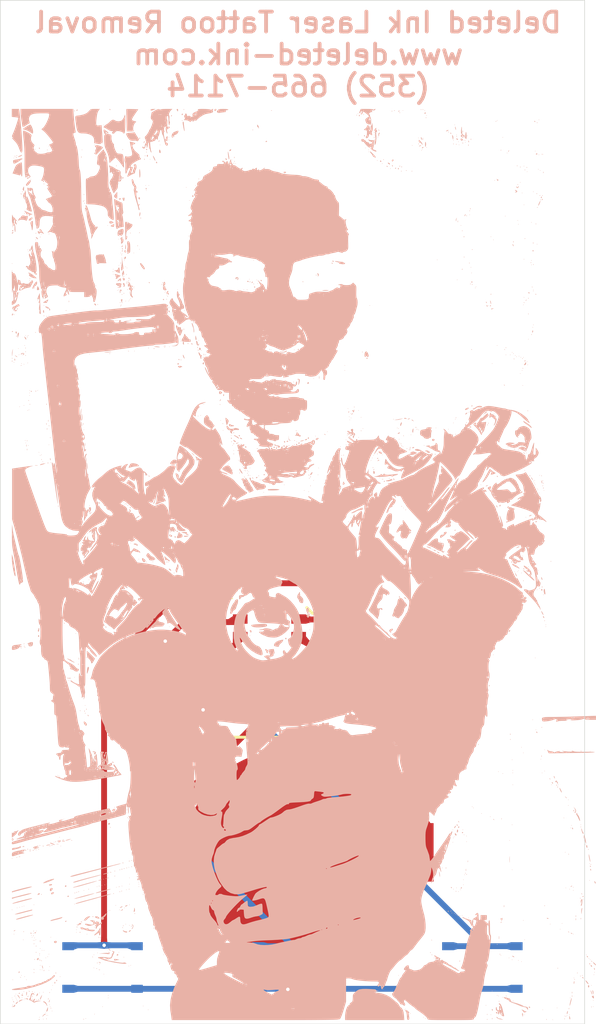
<source format=kicad_pcb>
(kicad_pcb (version 20240108) (generator "pcbnew") (generator_version "8.0")
  (layers (0 "F.Cu" signal) (31 "B.Cu" signal) (34 "B.Paste" user) (35 "F.Paste" user) (36 "B.SilkS" user "B.Silkscreen") (37 "F.SilkS" user "F.Silkscreen") (38 "B.Mask" user) (39 "F.Mask" user) (44 "Edge.Cuts" user))
  (net 0 "")
  (net 1 "Net-(BT1-+)")
  (net 2 "Net-(BT1--)")
  (net 3 "Net-(D1-RK)")
  (net 4 "Net-(D1-BK)")
  (net 5 "Net-(D1-GK)")
  (net 6 "Net-(R1-Pad2)")
  (net 7 "Net-(R2-Pad2)")
  (net 8 "Net-(R3-Pad2)")
  (footprint "Resistor_SMD:R_0805_2012Metric" (layer "F.Cu") (at 119.091993 117.501508 180)
    (property "Reference" "R2" (at 0 -1.65 0) (layer "F.SilkS"))
    (property "Value" "100")
    (pad "1" smd roundrect (at -0.9125 0 180) (size 1.025 1.4) (layers "F.Cu" "F.Paste" "F.Mask") (roundrect_rratio 0.243902) (net 5 "Net-(D1-GK)"))
    (pad "2" smd roundrect (at 0.9125 0 180) (size 1.025 1.4) (layers "F.Cu" "F.Paste" "F.Mask") (roundrect_rratio 0.243902) (net 7 "Net-(R2-Pad2)"))
  )
  (footprint "Laser:LED" (layer "F.Cu") (at 125 118)
    (property "Reference" "D1" (at -4 -3 0) (layer "F.SilkS") (effects (font (thickness 0.1))))
    (property "Value" "LED_BGRA")
    (pad "" np_thru_hole circle (at 0 0) (size 0.0254 0.0254) (drill 4.4958) (layers "F&B.Cu" "*.Mask"))
    (pad "1" smd rect (at 2.54 -0.762) (size 1.27 0.8128) (layers "F.Cu" "F.Paste" "F.Mask") (net 4 "Net-(D1-BK)"))
    (pad "2" smd rect (at -2.54 -0.762) (size 1.27 0.8128) (layers "F.Cu" "F.Paste" "F.Mask") (net 5 "Net-(D1-GK)"))
    (pad "3" smd rect (at -2.54 0.762) (size 1.27 0.8128) (layers "F.Cu" "F.Paste" "F.Mask") (net 3 "Net-(D1-RK)"))
    (pad "4" smd rect (at 2.54 0.762) (size 1.27 0.8128) (layers "F.Cu" "F.Paste" "F.Mask") (net 1 "Net-(BT1-+)"))
  )
  (footprint "Resistor_SMD:R_0805_2012Metric" (layer "F.Cu") (at 131.168275 117.275783)
    (property "Reference" "R3" (at 0 -1.65 0) (layer "F.SilkS"))
    (property "Value" "100")
    (pad "1" smd roundrect (at -0.9125 0) (size 1.025 1.4) (layers "F.Cu" "F.Paste" "F.Mask") (roundrect_rratio 0.243902) (net 4 "Net-(D1-BK)"))
    (pad "2" smd roundrect (at 0.9125 0) (size 1.025 1.4) (layers "F.Cu" "F.Paste" "F.Mask") (roundrect_rratio 0.243902) (net 8 "Net-(R3-Pad2)"))
  )
  (footprint "Laser:CR2016" (layer "F.Cu") (at 126.57 137.5)
    (property "Reference" "BT1" (at -8 -7.5 0) (layer "F.SilkS") (effects (font (thickness 0.1))))
    (property "Value" "Battery_Cell")
    (pad "1" smd rect (at -11.43 0) (size 2.54 5.08) (layers "F.Cu" "F.Paste" "F.Mask") (net 1 "Net-(BT1-+)"))
    (pad "1" smd rect (at 11.43 0) (size 2.54 5.08) (layers "F.Cu" "F.Paste" "F.Mask") (net 1 "Net-(BT1-+)"))
    (pad "2" smd circle (at 0 0) (size 17.78 17.78) (layers "F.Cu" "F.Paste" "F.Mask") (net 2 "Net-(BT1--)"))
  )
  (footprint "Resistor_SMD:R_0805_2012Metric" (layer "F.Cu") (at 119.233071 122.43924 -90)
    (property "Reference" "R1" (at 1.043977 -1.890446 0) (layer "F.SilkS"))
    (property "Value" "330")
    (pad "1" smd roundrect (at -0.9125 0 270) (size 1.025 1.4) (layers "F.Cu" "F.Paste" "F.Mask") (roundrect_rratio 0.243902) (net 3 "Net-(D1-RK)"))
    (pad "2" smd roundrect (at 0.9125 0 270) (size 1.025 1.4) (layers "F.Cu" "F.Paste" "F.Mask") (roundrect_rratio 0.243902) (net 6 "Net-(R1-Pad2)"))
  )
  (footprint "Laser:PBTN" (layer "B.Cu") (at 110.49 147.5 180)
    (property "Reference" "SW3" (hide yes))
    (property "Value" "SW_Push")
    (pad "1" smd rect (at -3 1.85 180) (size 1 0.7) (layers "B.Cu" "B.Paste" "B.Mask") (net 8 "Net-(R3-Pad2)"))
    (pad "1" smd rect (at 3 1.85 180) (size 1 0.7) (layers "B.Cu" "B.Paste" "B.Mask") (net 8 "Net-(R3-Pad2)"))
    (pad "2" smd rect (at -3 -1.85 180) (size 1 0.7) (layers "B.Cu" "B.Paste" "B.Mask") (net 2 "Net-(BT1--)"))
    (pad "2" smd rect (at 3 -1.85 180) (size 1 0.7) (layers "B.Cu" "B.Paste" "B.Mask") (net 2 "Net-(BT1--)"))
  )
  (footprint "Laser:PBTN" (layer "B.Cu") (at 143.51 147.5 180)
    (property "Reference" "SW1" (hide yes))
    (property "Value" "SW_Push")
    (pad "1" smd rect (at -3 1.85 180) (size 1 0.7) (layers "B.Cu" "B.Paste" "B.Mask") (net 6 "Net-(R1-Pad2)"))
    (pad "1" smd rect (at 3 1.85 180) (size 1 0.7) (layers "B.Cu" "B.Paste" "B.Mask") (net 6 "Net-(R1-Pad2)"))
    (pad "2" smd rect (at -3 -1.85 180) (size 1 0.7) (layers "B.Cu" "B.Paste" "B.Mask") (net 2 "Net-(BT1--)"))
    (pad "2" smd rect (at 3 -1.85 180) (size 1 0.7) (layers "B.Cu" "B.Paste" "B.Mask") (net 2 "Net-(BT1--)"))
  )
  (footprint "Laser:PBTN" (layer "B.Cu") (at 127 147.5 180)
    (property "Reference" "SW2" (hide yes))
    (property "Value" "SW_Push")
    (pad "1" smd rect (at -3 1.85 180) (size 1 0.7) (layers "B.Cu" "B.Paste" "B.Mask") (net 7 "Net-(R2-Pad2)"))
    (pad "1" smd rect (at 3 1.85 180) (size 1 0.7) (layers "B.Cu" "B.Paste" "B.Mask") (net 7 "Net-(R2-Pad2)"))
    (pad "2" smd rect (at -3 -1.85 180) (size 1 0.7) (layers "B.Cu" "B.Paste" "B.Mask") (net 2 "Net-(BT1--)"))
    (pad "2" smd rect (at 3 -1.85 180) (size 1 0.7) (layers "B.Cu" "B.Paste" "B.Mask") (net 2 "Net-(BT1--)"))
  )
  (footprint "Laser:laser" (layer "B.Cu") (at 128 112.5 180)
    (property "Reference" "G***" (at 0 0 0) (layer "B.SilkS") (effects (font (size 1.5 1.5) (thickness 0.3)) (justify mirror)))
    (property "Value" "LOGO" (hide yes))
  )
  (gr_rect (start 101.6 63.5) (end 152.4 152.4) (stroke (width 0.05)) (fill none) (layer "Edge.Cuts"))
  (gr_text "Deleted Ink Laser Tattoo Removal\nwww.deleted-ink.com\n(352) 665-7114" (at 127.5 72 -0) (layer "B.SilkS") (effects (font (size 1.7272 1.778) (thickness 0.3302) (bold yes)) (justify bottom mirror)))
  (segment (start 115.14 137.5) (end 115.14 134.976703) (width 0.508) (layer "F.Cu") (net 1))
  (segment (start 138 137.5) (end 138 129.0101) (width 0.508) (layer "F.Cu") (net 1))
  (segment (start 138 129.0101) (end 129.553301 120.563402) (width 0.508) (layer "F.Cu") (net 1))
  (segment (start 129.553301 120.563402) (end 127.7519 118.762) (width 0.508) (layer "F.Cu") (net 1))
  (segment (start 115.14 134.976703) (end 129.553301 120.563402) (width 0.508) (layer "F.Cu") (net 1))
  (segment (start 126.57 149.334206) (end 126.563744 149.340462) (width 0.508) (layer "F.Cu") (net 2))
  (segment (start 126.57 137.5) (end 126.57 149.334206) (width 0.508) (layer "F.Cu") (net 2))
  (via (at 126.6 149.4) (size 0.6096) (drill 0.3048) (layers "F.Cu" "B.Cu") (net 2))
  (segment (start 107.5 149.35) (end 146.51 149.35) (width 0.508) (layer "B.Cu") (net 2))
  (segment (start 119.233071 121.52674) (end 119.933071 121.52674) (width 0.508) (layer "F.Cu") (net 3))
  (segment (start 119.933071 121.52674) (end 122.2481 119.211711) (width 0.508) (layer "F.Cu") (net 3))
  (segment (start 122.2481 119.211711) (end 122.2481 118.762) (width 0.508) (layer "F.Cu") (net 3))
  (segment (start 127.789683 117.275783) (end 127.7519 117.238) (width 0.508) (layer "F.Cu") (net 4))
  (segment (start 130.255775 117.275783) (end 127.789683 117.275783) (width 0.508) (layer "F.Cu") (net 4))
  (segment (start 120.004493 117.501508) (end 121.984592 117.501508) (width 0.508) (layer "F.Cu") (net 5))
  (segment (start 121.984592 117.501508) (end 122.2481 117.238) (width 0.508) (layer "F.Cu") (net 5))
  (segment (start 119.233071 123.35174) (end 119.233071 125.12365) (width 0.508) (layer "F.Cu") (net 6))
  (via (at 119.233071 125.12365) (size 0.6096) (drill 0.3048) (layers "F.Cu" "B.Cu") (net 6))
  (segment (start 119.233071 125.12365) (end 123.181714 125.12365) (width 0.508) (layer "B.Cu") (net 6))
  (segment (start 123.181714 125.12365) (end 142.904857 144.846793) (width 0.508) (layer "B.Cu") (net 6))
  (segment (start 140.51 145.65) (end 146.51 145.65) (width 0.508) (layer "B.Cu") (net 6))
  (segment (start 142.904857 144.849037) (end 142.93177 144.87595) (width 0.508) (layer "B.Cu") (net 6))
  (segment (start 143.725778 145.669958) (end 143.752027 145.669958) (width 0.508) (layer "B.Cu") (net 6))
  (segment (start 142.93177 144.87595) (end 143.725778 145.669958) (width 0.508) (layer "B.Cu") (net 6))
  (segment (start 142.904857 144.846793) (end 142.904857 144.849037) (width 0.508) (layer "B.Cu") (net 6))
  (segment (start 118.179493 117.501508) (end 117.597548 117.501508) (width 0.508) (layer "F.Cu") (net 7))
  (segment (start 117.597548 117.501508) (end 115.9418 119.157256) (width 0.508) (layer "F.Cu") (net 7))
  (via (at 115.9418 119.157256) (size 0.6096) (drill 0.3048) (layers "F.Cu" "B.Cu") (net 7))
  (segment (start 130 145.65) (end 124 145.65) (width 0.508) (layer "B.Cu") (net 7))
  (segment (start 115.9418 119.157256) (end 115.9418 134.547533) (width 0.508) (layer "B.Cu") (net 7))
  (segment (start 115.9418 134.547533) (end 127.018168 145.623901) (width 0.508) (layer "B.Cu") (net 7))
  (segment (start 128.935788 114.130796) (end 118.067921 114.130796) (width 0.508) (layer "F.Cu") (net 8))
  (segment (start 110.623887 121.57483) (end 110.623887 145.44605) (width 0.508) (layer "F.Cu") (net 8))
  (segment (start 132.080775 117.275783) (end 128.935788 114.130796) (width 0.508) (layer "F.Cu") (net 8))
  (segment (start 118.067921 114.130796) (end 110.623887 121.57483) (width 0.508) (layer "F.Cu") (net 8))
  (via (at 110.628741 145.572873) (size 0.6096) (drill 0.3048) (layers "F.Cu" "B.Cu") (net 8))
  (segment (start 107.567127 145.572873) (end 107.49 145.65) (width 0.508) (layer "B.Cu") (net 8))
  (segment (start 110.628741 145.572873) (end 107.567127 145.572873) (width 0.508) (layer "B.Cu") (net 8))
  (segment (start 113.412873 145.572873) (end 113.49 145.65) (width 0.508) (layer "B.Cu") (net 8))
  (segment (start 110.628741 145.572873) (end 113.412873 145.572873) (width 0.508) (layer "B.Cu") (net 8))
)
</source>
